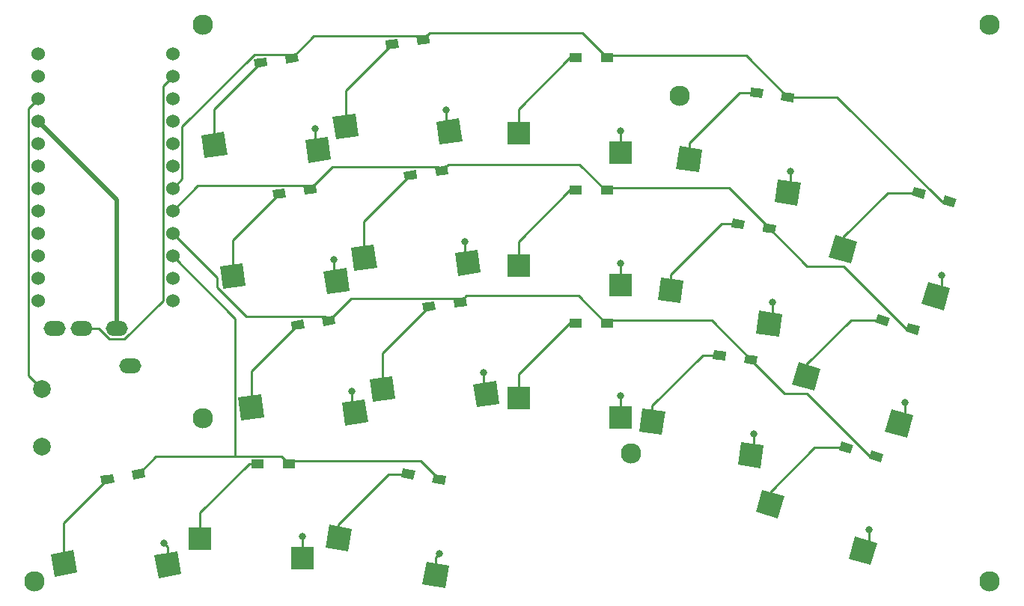
<source format=gbr>
G04 #@! TF.GenerationSoftware,KiCad,Pcbnew,(5.1.9)-1*
G04 #@! TF.CreationDate,2021-03-06T20:59:53-05:00*
G04 #@! TF.ProjectId,ya36,79613336-2e6b-4696-9361-645f70636258,rev?*
G04 #@! TF.SameCoordinates,Original*
G04 #@! TF.FileFunction,Copper,L2,Bot*
G04 #@! TF.FilePolarity,Positive*
%FSLAX46Y46*%
G04 Gerber Fmt 4.6, Leading zero omitted, Abs format (unit mm)*
G04 Created by KiCad (PCBNEW (5.1.9)-1) date 2021-03-06 20:59:53*
%MOMM*%
%LPD*%
G01*
G04 APERTURE LIST*
G04 #@! TA.AperFunction,SMDPad,CuDef*
%ADD10C,0.100000*%
G04 #@! TD*
G04 #@! TA.AperFunction,ComponentPad*
%ADD11C,0.800000*%
G04 #@! TD*
G04 #@! TA.AperFunction,SMDPad,CuDef*
%ADD12R,2.600000X2.600000*%
G04 #@! TD*
G04 #@! TA.AperFunction,SMDPad,CuDef*
%ADD13R,1.400000X1.000000*%
G04 #@! TD*
G04 #@! TA.AperFunction,ComponentPad*
%ADD14C,2.000000*%
G04 #@! TD*
G04 #@! TA.AperFunction,ComponentPad*
%ADD15C,1.524000*%
G04 #@! TD*
G04 #@! TA.AperFunction,ComponentPad*
%ADD16C,2.300000*%
G04 #@! TD*
G04 #@! TA.AperFunction,ComponentPad*
%ADD17O,2.500000X1.700000*%
G04 #@! TD*
G04 #@! TA.AperFunction,Conductor*
%ADD18C,0.250000*%
G04 #@! TD*
G04 #@! TA.AperFunction,Conductor*
%ADD19C,0.500000*%
G04 #@! TD*
G04 APERTURE END LIST*
G04 #@! TA.AperFunction,SMDPad,CuDef*
D10*
G36*
X176308582Y-81921033D02*
G01*
X175946731Y-79346336D01*
X178521428Y-78984485D01*
X178883279Y-81559182D01*
X176308582Y-81921033D01*
G37*
G04 #@! TD.AperFunction*
G04 #@! TA.AperFunction,SMDPad,CuDef*
G36*
X188052359Y-82492173D02*
G01*
X187690508Y-79917476D01*
X190265205Y-79555625D01*
X190627056Y-82130322D01*
X188052359Y-82492173D01*
G37*
G04 #@! TD.AperFunction*
D11*
X188817808Y-78597742D03*
D12*
X209725000Y-79250000D03*
X221275000Y-81450000D03*
D11*
X221275000Y-79000000D03*
G04 #@! TA.AperFunction,SMDPad,CuDef*
D10*
G36*
X223401474Y-98022292D02*
G01*
X223763325Y-95447595D01*
X226338022Y-95809446D01*
X225976171Y-98384143D01*
X223401474Y-98022292D01*
G37*
G04 #@! TD.AperFunction*
G04 #@! TA.AperFunction,SMDPad,CuDef*
G36*
X234532889Y-101808331D02*
G01*
X234894740Y-99233634D01*
X237469437Y-99595485D01*
X237107586Y-102170182D01*
X234532889Y-101808331D01*
G37*
G04 #@! TD.AperFunction*
D11*
X236342137Y-98275751D03*
G04 #@! TA.AperFunction,SMDPad,CuDef*
D10*
G36*
X227576667Y-68314250D02*
G01*
X227938518Y-65739553D01*
X230513215Y-66101404D01*
X230151364Y-68676101D01*
X227576667Y-68314250D01*
G37*
G04 #@! TD.AperFunction*
G04 #@! TA.AperFunction,SMDPad,CuDef*
G36*
X238708082Y-72100289D02*
G01*
X239069933Y-69525592D01*
X241644630Y-69887443D01*
X241282779Y-72462140D01*
X238708082Y-72100289D01*
G37*
G04 #@! TD.AperFunction*
D11*
X240517330Y-68567709D03*
G04 #@! TA.AperFunction,SMDPad,CuDef*
D10*
G36*
X240709611Y-92715143D02*
G01*
X241426268Y-90215862D01*
X243925549Y-90932519D01*
X243208892Y-93431800D01*
X240709611Y-92715143D01*
G37*
G04 #@! TD.AperFunction*
G04 #@! TA.AperFunction,SMDPad,CuDef*
G36*
X251205782Y-98013530D02*
G01*
X251922439Y-95514249D01*
X254421720Y-96230906D01*
X253705063Y-98730187D01*
X251205782Y-98013530D01*
G37*
G04 #@! TD.AperFunction*
D11*
X253489062Y-94767127D03*
G04 #@! TA.AperFunction,SMDPad,CuDef*
D10*
G36*
X189075007Y-64979416D02*
G01*
X188713156Y-62404719D01*
X191287853Y-62042868D01*
X191649704Y-64617565D01*
X189075007Y-64979416D01*
G37*
G04 #@! TD.AperFunction*
G04 #@! TA.AperFunction,SMDPad,CuDef*
G36*
X200818784Y-65550556D02*
G01*
X200456933Y-62975859D01*
X203031630Y-62614008D01*
X203393481Y-65188705D01*
X200818784Y-65550556D01*
G37*
G04 #@! TD.AperFunction*
D11*
X201584233Y-61656125D03*
G04 #@! TA.AperFunction,SMDPad,CuDef*
D10*
G36*
X174220986Y-67067013D02*
G01*
X173859135Y-64492316D01*
X176433832Y-64130465D01*
X176795683Y-66705162D01*
X174220986Y-67067013D01*
G37*
G04 #@! TD.AperFunction*
G04 #@! TA.AperFunction,SMDPad,CuDef*
G36*
X185964763Y-67638153D02*
G01*
X185602912Y-65063456D01*
X188177609Y-64701605D01*
X188539460Y-67276302D01*
X185964763Y-67638153D01*
G37*
G04 #@! TD.AperFunction*
D11*
X186730212Y-63743722D03*
G04 #@! TA.AperFunction,SMDPad,CuDef*
D10*
G36*
X225489071Y-83168270D02*
G01*
X225850922Y-80593573D01*
X228425619Y-80955424D01*
X228063768Y-83530121D01*
X225489071Y-83168270D01*
G37*
G04 #@! TD.AperFunction*
G04 #@! TA.AperFunction,SMDPad,CuDef*
G36*
X236620486Y-86954309D02*
G01*
X236982337Y-84379612D01*
X239557034Y-84741463D01*
X239195183Y-87316160D01*
X236620486Y-86954309D01*
G37*
G04 #@! TD.AperFunction*
D11*
X238429734Y-83421729D03*
G04 #@! TA.AperFunction,SMDPad,CuDef*
D10*
G36*
X244844172Y-78296218D02*
G01*
X245560829Y-75796937D01*
X248060110Y-76513594D01*
X247343453Y-79012875D01*
X244844172Y-78296218D01*
G37*
G04 #@! TD.AperFunction*
G04 #@! TA.AperFunction,SMDPad,CuDef*
G36*
X255340343Y-83594605D02*
G01*
X256057000Y-81095324D01*
X258556281Y-81811981D01*
X257839624Y-84311262D01*
X255340343Y-83594605D01*
G37*
G04 #@! TD.AperFunction*
D11*
X257623623Y-80348202D03*
G04 #@! TA.AperFunction,SMDPad,CuDef*
D10*
G36*
X191162603Y-79833438D02*
G01*
X190800752Y-77258741D01*
X193375449Y-76896890D01*
X193737300Y-79471587D01*
X191162603Y-79833438D01*
G37*
G04 #@! TD.AperFunction*
G04 #@! TA.AperFunction,SMDPad,CuDef*
G36*
X202906380Y-80404578D02*
G01*
X202544529Y-77829881D01*
X205119226Y-77468030D01*
X205481077Y-80042727D01*
X202906380Y-80404578D01*
G37*
G04 #@! TD.AperFunction*
D11*
X203671829Y-76510147D03*
G04 #@! TA.AperFunction,SMDPad,CuDef*
D10*
G36*
X236575051Y-107134069D02*
G01*
X237291708Y-104634788D01*
X239790989Y-105351445D01*
X239074332Y-107850726D01*
X236575051Y-107134069D01*
G37*
G04 #@! TD.AperFunction*
G04 #@! TA.AperFunction,SMDPad,CuDef*
G36*
X247071222Y-112432456D02*
G01*
X247787879Y-109933175D01*
X250287160Y-110649832D01*
X249570503Y-113149113D01*
X247071222Y-112432456D01*
G37*
G04 #@! TD.AperFunction*
D11*
X249354502Y-109186053D03*
G04 #@! TA.AperFunction,SMDPad,CuDef*
D10*
G36*
X235339832Y-74151480D02*
G01*
X235200659Y-75141748D01*
X233814284Y-74946906D01*
X233953457Y-73956638D01*
X235339832Y-74151480D01*
G37*
G04 #@! TD.AperFunction*
G04 #@! TA.AperFunction,SMDPad,CuDef*
G36*
X238855284Y-74645544D02*
G01*
X238716111Y-75635812D01*
X237329736Y-75440970D01*
X237468909Y-74450702D01*
X238855284Y-74645544D01*
G37*
G04 #@! TD.AperFunction*
G04 #@! TA.AperFunction,SMDPad,CuDef*
G36*
X255853961Y-70738139D02*
G01*
X255578324Y-71699401D01*
X254232557Y-71313509D01*
X254508194Y-70352247D01*
X255853961Y-70738139D01*
G37*
G04 #@! TD.AperFunction*
G04 #@! TA.AperFunction,SMDPad,CuDef*
G36*
X259266441Y-71716651D02*
G01*
X258990804Y-72677913D01*
X257645037Y-72292021D01*
X257920674Y-71330759D01*
X259266441Y-71716651D01*
G37*
G04 #@! TD.AperFunction*
G04 #@! TA.AperFunction,SMDPad,CuDef*
G36*
X237427428Y-59297460D02*
G01*
X237288255Y-60287728D01*
X235901880Y-60092886D01*
X236041053Y-59102618D01*
X237427428Y-59297460D01*
G37*
G04 #@! TD.AperFunction*
G04 #@! TA.AperFunction,SMDPad,CuDef*
G36*
X240942880Y-59791524D02*
G01*
X240803707Y-60781792D01*
X239417332Y-60586950D01*
X239556505Y-59596682D01*
X240942880Y-59791524D01*
G37*
G04 #@! TD.AperFunction*
G04 #@! TA.AperFunction,SMDPad,CuDef*
G36*
X198146397Y-68450704D02*
G01*
X198285570Y-69440972D01*
X196899195Y-69635814D01*
X196760022Y-68645546D01*
X198146397Y-68450704D01*
G37*
G04 #@! TD.AperFunction*
G04 #@! TA.AperFunction,SMDPad,CuDef*
G36*
X201661849Y-67956640D02*
G01*
X201801022Y-68946908D01*
X200414647Y-69141750D01*
X200275474Y-68151482D01*
X201661849Y-67956640D01*
G37*
G04 #@! TD.AperFunction*
G04 #@! TA.AperFunction,SMDPad,CuDef*
G36*
X251719400Y-85157064D02*
G01*
X251443763Y-86118326D01*
X250097996Y-85732434D01*
X250373633Y-84771172D01*
X251719400Y-85157064D01*
G37*
G04 #@! TD.AperFunction*
G04 #@! TA.AperFunction,SMDPad,CuDef*
G36*
X255131880Y-86135576D02*
G01*
X254856243Y-87096838D01*
X253510476Y-86710946D01*
X253786113Y-85749684D01*
X255131880Y-86135576D01*
G37*
G04 #@! TD.AperFunction*
G04 #@! TA.AperFunction,SMDPad,CuDef*
G36*
X157258971Y-114464690D02*
G01*
X156807485Y-111904190D01*
X159367985Y-111452704D01*
X159819471Y-114013204D01*
X157258971Y-114464690D01*
G37*
G04 #@! TD.AperFunction*
G04 #@! TA.AperFunction,SMDPad,CuDef*
G36*
X169015526Y-114625630D02*
G01*
X168564040Y-112065130D01*
X171124540Y-111613644D01*
X171576026Y-114174144D01*
X169015526Y-114625630D01*
G37*
G04 #@! TD.AperFunction*
D11*
X169644595Y-110706858D03*
G04 #@! TA.AperFunction,SMDPad,CuDef*
D10*
G36*
X163841259Y-102845160D02*
G01*
X164014908Y-103829968D01*
X162636177Y-104073076D01*
X162462528Y-103088268D01*
X163841259Y-102845160D01*
G37*
G04 #@! TD.AperFunction*
G04 #@! TA.AperFunction,SMDPad,CuDef*
G36*
X167337327Y-102228708D02*
G01*
X167510976Y-103213516D01*
X166132245Y-103456624D01*
X165958596Y-102471816D01*
X167337327Y-102228708D01*
G37*
G04 #@! TD.AperFunction*
D13*
X216225000Y-55750000D03*
X219775000Y-55750000D03*
G04 #@! TA.AperFunction,SMDPad,CuDef*
D10*
G36*
X233252235Y-89005502D02*
G01*
X233113062Y-89995770D01*
X231726687Y-89800928D01*
X231865860Y-88810660D01*
X233252235Y-89005502D01*
G37*
G04 #@! TD.AperFunction*
G04 #@! TA.AperFunction,SMDPad,CuDef*
G36*
X236767687Y-89499566D02*
G01*
X236628514Y-90489834D01*
X235242139Y-90294992D01*
X235381312Y-89304724D01*
X236767687Y-89499566D01*
G37*
G04 #@! TD.AperFunction*
G04 #@! TA.AperFunction,SMDPad,CuDef*
G36*
X178396179Y-96775054D02*
G01*
X178034328Y-94200357D01*
X180609025Y-93838506D01*
X180970876Y-96413203D01*
X178396179Y-96775054D01*
G37*
G04 #@! TD.AperFunction*
G04 #@! TA.AperFunction,SMDPad,CuDef*
G36*
X190139956Y-97346194D02*
G01*
X189778105Y-94771497D01*
X192352802Y-94409646D01*
X192714653Y-96984343D01*
X190139956Y-97346194D01*
G37*
G04 #@! TD.AperFunction*
D11*
X190905405Y-93451763D03*
D12*
X173725000Y-110162426D03*
X185275000Y-112362426D03*
D11*
X185275000Y-109912426D03*
G04 #@! TA.AperFunction,SMDPad,CuDef*
D10*
G36*
X181204780Y-55684279D02*
G01*
X181343953Y-56674547D01*
X179957578Y-56869389D01*
X179818405Y-55879121D01*
X181204780Y-55684279D01*
G37*
G04 #@! TD.AperFunction*
G04 #@! TA.AperFunction,SMDPad,CuDef*
G36*
X184720232Y-55190215D02*
G01*
X184859405Y-56180483D01*
X183473030Y-56375325D01*
X183333857Y-55385057D01*
X184720232Y-55190215D01*
G37*
G04 #@! TD.AperFunction*
D13*
X216225000Y-70750000D03*
X219775000Y-70750000D03*
G04 #@! TA.AperFunction,SMDPad,CuDef*
D10*
G36*
X193250200Y-94687458D02*
G01*
X192888349Y-92112761D01*
X195463046Y-91750910D01*
X195824897Y-94325607D01*
X193250200Y-94687458D01*
G37*
G04 #@! TD.AperFunction*
G04 #@! TA.AperFunction,SMDPad,CuDef*
G36*
X204993977Y-95258598D02*
G01*
X204632126Y-92683901D01*
X207206823Y-92322050D01*
X207568674Y-94896747D01*
X204993977Y-95258598D01*
G37*
G04 #@! TD.AperFunction*
D11*
X205759426Y-91364167D03*
D12*
X209725000Y-94250000D03*
X221275000Y-96450000D03*
D11*
X221275000Y-94000000D03*
G04 #@! TA.AperFunction,SMDPad,CuDef*
D10*
G36*
X196058801Y-53596682D02*
G01*
X196197974Y-54586950D01*
X194811599Y-54781792D01*
X194672426Y-53791524D01*
X196058801Y-53596682D01*
G37*
G04 #@! TD.AperFunction*
G04 #@! TA.AperFunction,SMDPad,CuDef*
G36*
X199574253Y-53102618D02*
G01*
X199713426Y-54092886D01*
X198327051Y-54287728D01*
X198187878Y-53297460D01*
X199574253Y-53102618D01*
G37*
G04 #@! TD.AperFunction*
G04 #@! TA.AperFunction,SMDPad,CuDef*
G36*
X187881962Y-111139326D02*
G01*
X188333448Y-108578826D01*
X190893948Y-109030312D01*
X190442462Y-111590812D01*
X187881962Y-111139326D01*
G37*
G04 #@! TD.AperFunction*
G04 #@! TA.AperFunction,SMDPad,CuDef*
G36*
X198874466Y-115311540D02*
G01*
X199325952Y-112751040D01*
X201886452Y-113202526D01*
X201434966Y-115763026D01*
X198874466Y-115311540D01*
G37*
G04 #@! TD.AperFunction*
D11*
X200805897Y-111844254D03*
D14*
X155850000Y-93250000D03*
X155850000Y-99750000D03*
G04 #@! TA.AperFunction,SMDPad,CuDef*
D10*
G36*
X198041404Y-102471816D02*
G01*
X197867755Y-103456624D01*
X196489024Y-103213516D01*
X196662673Y-102228708D01*
X198041404Y-102471816D01*
G37*
G04 #@! TD.AperFunction*
G04 #@! TA.AperFunction,SMDPad,CuDef*
G36*
X201537472Y-103088268D02*
G01*
X201363823Y-104073076D01*
X199985092Y-103829968D01*
X200158741Y-102845160D01*
X201537472Y-103088268D01*
G37*
G04 #@! TD.AperFunction*
D15*
X155391400Y-55272000D03*
X155391400Y-57812000D03*
X155391400Y-60352000D03*
X155391400Y-62892000D03*
X155391400Y-65432000D03*
X155391400Y-67972000D03*
X155391400Y-70512000D03*
X155391400Y-73052000D03*
X155391400Y-75592000D03*
X155391400Y-78132000D03*
X155391400Y-80672000D03*
X155391400Y-83212000D03*
X170611400Y-83212000D03*
X170611400Y-80672000D03*
X170611400Y-78132000D03*
X170611400Y-75592000D03*
X170611400Y-73052000D03*
X170611400Y-70512000D03*
X170611400Y-67972000D03*
X170611400Y-65432000D03*
X170611400Y-62892000D03*
X170611400Y-60352000D03*
X170611400Y-57812000D03*
X170611400Y-55272000D03*
D16*
X263000000Y-115000000D03*
X228000000Y-60000000D03*
X222500000Y-100500000D03*
D13*
X180225000Y-101662426D03*
X183775000Y-101662426D03*
D16*
X263000000Y-52000000D03*
X174000000Y-96500000D03*
D12*
X209725000Y-64250000D03*
X221275000Y-66450000D03*
D11*
X221275000Y-64000000D03*
G04 #@! TA.AperFunction,SMDPad,CuDef*
D10*
G36*
X185379973Y-85392320D02*
G01*
X185519146Y-86382588D01*
X184132771Y-86577430D01*
X183993598Y-85587162D01*
X185379973Y-85392320D01*
G37*
G04 #@! TD.AperFunction*
G04 #@! TA.AperFunction,SMDPad,CuDef*
G36*
X188895425Y-84898256D02*
G01*
X189034598Y-85888524D01*
X187648223Y-86083366D01*
X187509050Y-85093098D01*
X188895425Y-84898256D01*
G37*
G04 #@! TD.AperFunction*
D16*
X155000000Y-115000000D03*
G04 #@! TA.AperFunction,SMDPad,CuDef*
D10*
G36*
X200233994Y-83304724D02*
G01*
X200373167Y-84294992D01*
X198986792Y-84489834D01*
X198847619Y-83499566D01*
X200233994Y-83304724D01*
G37*
G04 #@! TD.AperFunction*
G04 #@! TA.AperFunction,SMDPad,CuDef*
G36*
X203749446Y-82810660D02*
G01*
X203888619Y-83800928D01*
X202502244Y-83995770D01*
X202363071Y-83005502D01*
X203749446Y-82810660D01*
G37*
G04 #@! TD.AperFunction*
D16*
X174000000Y-52000000D03*
D13*
X216225000Y-85750000D03*
X219775000Y-85750000D03*
G04 #@! TA.AperFunction,SMDPad,CuDef*
D10*
G36*
X183292376Y-70538299D02*
G01*
X183431549Y-71528567D01*
X182045174Y-71723409D01*
X181906001Y-70733141D01*
X183292376Y-70538299D01*
G37*
G04 #@! TD.AperFunction*
G04 #@! TA.AperFunction,SMDPad,CuDef*
G36*
X186807828Y-70044235D02*
G01*
X186947001Y-71034503D01*
X185560626Y-71229345D01*
X185421453Y-70239077D01*
X186807828Y-70044235D01*
G37*
G04 #@! TD.AperFunction*
D17*
X165800000Y-90600000D03*
X164300000Y-86400000D03*
X160300000Y-86400000D03*
X157300000Y-86400000D03*
G04 #@! TA.AperFunction,SMDPad,CuDef*
D10*
G36*
X247584840Y-99575990D02*
G01*
X247309203Y-100537252D01*
X245963436Y-100151360D01*
X246239073Y-99190098D01*
X247584840Y-99575990D01*
G37*
G04 #@! TD.AperFunction*
G04 #@! TA.AperFunction,SMDPad,CuDef*
G36*
X250997320Y-100554502D02*
G01*
X250721683Y-101515764D01*
X249375916Y-101129872D01*
X249651553Y-100168610D01*
X250997320Y-100554502D01*
G37*
G04 #@! TD.AperFunction*
D18*
X240180106Y-60189237D02*
X245764695Y-60189237D01*
X257579794Y-72004336D02*
X258455739Y-72004336D01*
X179878621Y-55359269D02*
X183673130Y-55359269D01*
X219775000Y-55750000D02*
X220045301Y-55479699D01*
X235470568Y-55479699D02*
X240180106Y-60189237D01*
X198527151Y-53271672D02*
X198950652Y-53695173D01*
X245764695Y-60189237D02*
X257579794Y-72004336D01*
X171698401Y-69424999D02*
X171698401Y-63539489D01*
X220045301Y-55479699D02*
X235470568Y-55479699D01*
X216965069Y-52940069D02*
X219775000Y-55750000D01*
X184096631Y-55782770D02*
X186607729Y-53271672D01*
X183673130Y-55359269D02*
X184096631Y-55782770D01*
X171698401Y-63539489D02*
X179878621Y-55359269D01*
X170611400Y-70512000D02*
X171698401Y-69424999D01*
X199705756Y-52940069D02*
X216965069Y-52940069D01*
X186607729Y-53271672D02*
X198527151Y-53271672D01*
X198950652Y-53695173D02*
X199705756Y-52940069D01*
X246452141Y-76052517D02*
X251478834Y-71025824D01*
X246452141Y-77404906D02*
X246452141Y-76052517D01*
X251478834Y-71025824D02*
X255043259Y-71025824D01*
X234759854Y-59695173D02*
X236664654Y-59695173D01*
X229044941Y-67207827D02*
X229044941Y-65410086D01*
X229044941Y-65410086D02*
X234759854Y-59695173D01*
X215509666Y-55750000D02*
X216225000Y-55750000D01*
X209725000Y-64250000D02*
X209725000Y-61534666D01*
X209725000Y-61534666D02*
X215509666Y-55750000D01*
X190181430Y-63511142D02*
X190181430Y-59443007D01*
X190181430Y-59443007D02*
X195435200Y-54189237D01*
X175327409Y-61530604D02*
X180581179Y-56276834D01*
X175327409Y-65598739D02*
X175327409Y-61530604D01*
X247344273Y-85444749D02*
X250908698Y-85444749D01*
X242317580Y-91823831D02*
X242317580Y-90471442D01*
X242317580Y-90471442D02*
X247344273Y-85444749D01*
X242387138Y-79337885D02*
X238092510Y-75043257D01*
X188714518Y-68106499D02*
X200595552Y-68106499D01*
X246507593Y-79337885D02*
X242387138Y-79337885D01*
X170611400Y-73052000D02*
X173469306Y-70194094D01*
X216643089Y-67794091D02*
X219598998Y-70750000D01*
X220045301Y-70479699D02*
X233528952Y-70479699D01*
X185741531Y-70194094D02*
X186184227Y-70636790D01*
X201793352Y-67794091D02*
X216643089Y-67794091D01*
X186184227Y-70636790D02*
X188714518Y-68106499D01*
X233528952Y-70479699D02*
X238092510Y-75043257D01*
X219775000Y-70750000D02*
X220045301Y-70479699D01*
X173469306Y-70194094D02*
X185741531Y-70194094D01*
X219598998Y-70750000D02*
X219775000Y-70750000D01*
X254321178Y-86423261D02*
X253592969Y-86423261D01*
X201038248Y-68549195D02*
X201793352Y-67794091D01*
X200595552Y-68106499D02*
X201038248Y-68549195D01*
X253592969Y-86423261D02*
X246507593Y-79337885D01*
X226957345Y-80264106D02*
X232672258Y-74549193D01*
X232672258Y-74549193D02*
X234577058Y-74549193D01*
X226957345Y-82061847D02*
X226957345Y-80264106D01*
X209725000Y-76534666D02*
X215509666Y-70750000D01*
X209725000Y-79250000D02*
X209725000Y-76534666D01*
X215509666Y-70750000D02*
X216225000Y-70750000D01*
X192269026Y-74297029D02*
X197522796Y-69043259D01*
X192269026Y-78365164D02*
X192269026Y-74297029D01*
X177415005Y-80452759D02*
X177415005Y-76384624D01*
X177415005Y-76384624D02*
X182668775Y-71130854D01*
X243209713Y-99863675D02*
X246774138Y-99863675D01*
X238183020Y-104890368D02*
X243209713Y-99863675D01*
X238183020Y-106242757D02*
X238183020Y-104890368D01*
X219775000Y-85750000D02*
X220045301Y-85479699D01*
X175621721Y-80602321D02*
X175621721Y-81693807D01*
X239864444Y-93756810D02*
X236004913Y-89897279D01*
X216497109Y-82648111D02*
X219598998Y-85750000D01*
X231587333Y-85479699D02*
X236004913Y-89897279D01*
X202683149Y-82960519D02*
X203125845Y-83403215D01*
X203880949Y-82648111D02*
X216497109Y-82648111D01*
X250186618Y-100842187D02*
X249458409Y-100842187D01*
X203125845Y-83403215D02*
X203880949Y-82648111D01*
X220045301Y-85479699D02*
X231587333Y-85479699D01*
X178976029Y-85048115D02*
X187829128Y-85048115D01*
X190802116Y-82960519D02*
X202683149Y-82960519D01*
X188271824Y-85490811D02*
X190802116Y-82960519D01*
X187829128Y-85048115D02*
X188271824Y-85490811D01*
X242373032Y-93756810D02*
X239864444Y-93756810D01*
X249458409Y-100842187D02*
X242373032Y-93756810D01*
X175621721Y-81693807D02*
X178976029Y-85048115D01*
X170611400Y-75592000D02*
X175621721Y-80602321D01*
X219598998Y-85750000D02*
X219775000Y-85750000D01*
X224869748Y-96915869D02*
X224869748Y-95118128D01*
X230584661Y-89403215D02*
X232489461Y-89403215D01*
X224869748Y-95118128D02*
X230584661Y-89403215D01*
X209725000Y-91534666D02*
X215509666Y-85750000D01*
X209725000Y-94250000D02*
X209725000Y-91534666D01*
X215509666Y-85750000D02*
X216225000Y-85750000D01*
X194356623Y-89151049D02*
X199610393Y-83897279D01*
X194356623Y-93219184D02*
X194356623Y-89151049D01*
X179502602Y-91238645D02*
X184756372Y-85984875D01*
X179502602Y-95306780D02*
X179502602Y-91238645D01*
X184045301Y-101392125D02*
X198694289Y-101392125D01*
X198694289Y-101392125D02*
X200761282Y-103459118D01*
X168740027Y-100837425D02*
X177662425Y-100837425D01*
X177709318Y-85229918D02*
X177709318Y-100790532D01*
X182949999Y-100837425D02*
X183775000Y-101662426D01*
X177662425Y-100837425D02*
X182949999Y-100837425D01*
X166734786Y-102842666D02*
X168740027Y-100837425D01*
X177709318Y-100790532D02*
X177662425Y-100837425D01*
X170611400Y-78132000D02*
X177709318Y-85229918D01*
X183775000Y-101662426D02*
X184045301Y-101392125D01*
X189387955Y-108517352D02*
X195062641Y-102842666D01*
X195062641Y-102842666D02*
X197265214Y-102842666D01*
X189387955Y-110084819D02*
X189387955Y-108517352D01*
X179275000Y-101662426D02*
X180225000Y-101662426D01*
X173725000Y-110162426D02*
X173725000Y-107212426D01*
X173725000Y-107212426D02*
X179275000Y-101662426D01*
X158313478Y-108384358D02*
X163238718Y-103459118D01*
X158313478Y-112958697D02*
X158313478Y-108384358D01*
D19*
X155391400Y-62892000D02*
X164300000Y-71800600D01*
X164300000Y-71800600D02*
X164300000Y-86400000D01*
D18*
X162238285Y-86400000D02*
X163413295Y-87575010D01*
X163413295Y-87575010D02*
X165186705Y-87575010D01*
X160300000Y-86400000D02*
X162238285Y-86400000D01*
X169524399Y-58899001D02*
X170611400Y-57812000D01*
X169524399Y-83237316D02*
X169524399Y-58899001D01*
X165186705Y-87575010D02*
X169524399Y-83237316D01*
X249354502Y-109186053D02*
X249354502Y-110865833D01*
X257623623Y-80348202D02*
X257623623Y-82027982D01*
X253489062Y-96446907D02*
X252813751Y-97122218D01*
X253489062Y-94767127D02*
X253489062Y-96446907D01*
X249354502Y-110865833D02*
X248679191Y-111541144D01*
X257623623Y-82027982D02*
X256948312Y-82703293D01*
X236342137Y-100360934D02*
X236001163Y-100701908D01*
X236342137Y-98275751D02*
X236342137Y-100360934D01*
X240517330Y-68567709D02*
X240517330Y-70652892D01*
X238429734Y-83421729D02*
X238429734Y-85506912D01*
X240517330Y-70652892D02*
X240176356Y-70993866D01*
X238429734Y-85506912D02*
X238088760Y-85847886D01*
X221275000Y-79000000D02*
X221275000Y-81450000D01*
X200380459Y-114257033D02*
X200380459Y-112269692D01*
X221275000Y-94000000D02*
X221275000Y-96450000D01*
X200380459Y-112269692D02*
X200805897Y-111844254D01*
X221275000Y-64000000D02*
X221275000Y-66450000D01*
X203671829Y-76510147D02*
X203671829Y-78595330D01*
X201584233Y-61656125D02*
X201584233Y-63741308D01*
X203671829Y-78595330D02*
X204012803Y-78936304D01*
X185275000Y-112362426D02*
X185275000Y-109912426D01*
X205759426Y-93449350D02*
X206100400Y-93790324D01*
X201584233Y-63741308D02*
X201925207Y-64082282D01*
X205759426Y-91364167D02*
X205759426Y-93449350D01*
X170070033Y-113119637D02*
X170070033Y-111132296D01*
X190905405Y-95536946D02*
X191246379Y-95877920D01*
X170070033Y-111132296D02*
X169644595Y-110706858D01*
X186730212Y-63743722D02*
X186730212Y-65828905D01*
X188817808Y-80682925D02*
X189158782Y-81023899D01*
X186730212Y-65828905D02*
X187071186Y-66169879D01*
X188817808Y-78597742D02*
X188817808Y-80682925D01*
X190905405Y-93451763D02*
X190905405Y-95536946D01*
X154304399Y-61439001D02*
X155391400Y-60352000D01*
X154304399Y-91704399D02*
X154304399Y-61439001D01*
X155850000Y-93250000D02*
X154304399Y-91704399D01*
M02*

</source>
